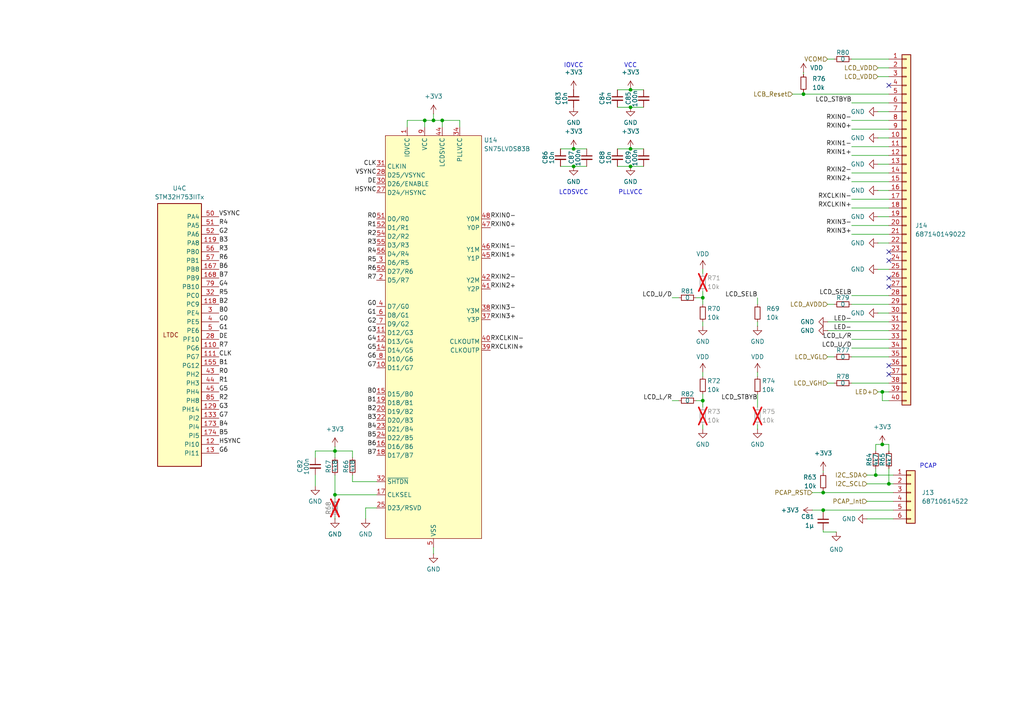
<source format=kicad_sch>
(kicad_sch
	(version 20231120)
	(generator "eeschema")
	(generator_version "8.0")
	(uuid "cfc08744-1338-460e-b9d6-bbb983fd58f1")
	(paper "A4")
	
	(junction
		(at 97.155 130.81)
		(diameter 0)
		(color 0 0 0 0)
		(uuid "0a014240-3880-4e76-9a94-85fc4b86e196")
	)
	(junction
		(at 166.37 48.26)
		(diameter 0)
		(color 0 0 0 0)
		(uuid "1a981e4a-df1f-4554-808a-8cb682e6b709")
	)
	(junction
		(at 255.905 128.905)
		(diameter 0)
		(color 0 0 0 0)
		(uuid "1f38e153-e651-4879-8c77-3220d9bfe30b")
	)
	(junction
		(at 182.88 26.035)
		(diameter 0)
		(color 0 0 0 0)
		(uuid "36bddcfd-11d5-48fe-af61-3a943aa79791")
	)
	(junction
		(at 257.81 140.335)
		(diameter 0)
		(color 0 0 0 0)
		(uuid "3925a27d-4875-405a-8c29-a7ba8d4725f7")
	)
	(junction
		(at 125.73 34.925)
		(diameter 0)
		(color 0 0 0 0)
		(uuid "51eeccfe-6686-4ca9-8aba-d515e08cb179")
	)
	(junction
		(at 203.835 86.36)
		(diameter 0)
		(color 0 0 0 0)
		(uuid "587b8044-6d76-4594-b205-64f5ae3d0cbf")
	)
	(junction
		(at 128.27 34.925)
		(diameter 0)
		(color 0 0 0 0)
		(uuid "5e4fb1b3-b906-42cb-9bcf-1fe43b515c5c")
	)
	(junction
		(at 123.19 34.925)
		(diameter 0)
		(color 0 0 0 0)
		(uuid "6921e377-c6aa-4918-8f18-78751ee65e4b")
	)
	(junction
		(at 233.045 27.305)
		(diameter 0)
		(color 0 0 0 0)
		(uuid "6b7b1be5-7851-40f7-b61c-54746ac8b71c")
	)
	(junction
		(at 166.37 43.18)
		(diameter 0)
		(color 0 0 0 0)
		(uuid "6f2f8254-1c91-4009-962f-948e94f45990")
	)
	(junction
		(at 238.76 147.955)
		(diameter 0)
		(color 0 0 0 0)
		(uuid "833e2d64-fc43-464a-9283-f695744d3d12")
	)
	(junction
		(at 255.905 113.665)
		(diameter 0)
		(color 0 0 0 0)
		(uuid "89518f6e-9c83-421f-9c57-ab6c1f4a7a34")
	)
	(junction
		(at 97.155 143.51)
		(diameter 0)
		(color 0 0 0 0)
		(uuid "b360e58b-d3d1-4f91-b7db-26a83f81783f")
	)
	(junction
		(at 238.76 142.875)
		(diameter 0)
		(color 0 0 0 0)
		(uuid "ba9f6885-d1c2-4976-8e6c-b3c768d67c14")
	)
	(junction
		(at 203.835 116.205)
		(diameter 0)
		(color 0 0 0 0)
		(uuid "cbdd449a-e405-445e-a272-3419885e6243")
	)
	(junction
		(at 182.88 48.26)
		(diameter 0)
		(color 0 0 0 0)
		(uuid "d008a368-33cc-4d3e-b958-698d092dfcd5")
	)
	(junction
		(at 182.88 31.115)
		(diameter 0)
		(color 0 0 0 0)
		(uuid "ec8f96ba-b615-4c3c-85a1-f8ab19bdb118")
	)
	(junction
		(at 182.88 43.18)
		(diameter 0)
		(color 0 0 0 0)
		(uuid "f4221231-7f4d-4ee4-b654-d71f985c5bf1")
	)
	(junction
		(at 254 137.795)
		(diameter 0)
		(color 0 0 0 0)
		(uuid "f621acd5-9b92-4da7-afc1-ea1e53f7700e")
	)
	(no_connect
		(at 257.81 108.585)
		(uuid "206530de-08a6-4322-927d-360e1543f9c3")
	)
	(no_connect
		(at 257.81 80.645)
		(uuid "4670c019-b6c9-4fcc-b1c1-90483035a52d")
	)
	(no_connect
		(at 257.81 73.025)
		(uuid "57ba4c83-7552-48dc-a263-d34d0b323fe5")
	)
	(no_connect
		(at 257.81 83.185)
		(uuid "58e4a9ba-9959-41ee-8aa7-af7bb26bb0fc")
	)
	(no_connect
		(at 257.81 75.565)
		(uuid "6656bea9-1e28-47cc-8494-9faa91d6f4b4")
	)
	(no_connect
		(at 257.81 24.765)
		(uuid "b5294258-8b2c-4d02-a271-4a5af5e8753b")
	)
	(no_connect
		(at 257.81 106.045)
		(uuid "d5a720d4-226e-4161-a590-27effc13fbc0")
	)
	(wire
		(pts
			(xy 182.88 48.26) (xy 186.69 48.26)
		)
		(stroke
			(width 0)
			(type default)
		)
		(uuid "0298da3d-88c6-441a-bd23-3a8b6279e8c9")
	)
	(wire
		(pts
			(xy 251.46 140.335) (xy 257.81 140.335)
		)
		(stroke
			(width 0)
			(type default)
		)
		(uuid "05e528cd-cd25-429f-b1b3-d804461f1fbb")
	)
	(wire
		(pts
			(xy 257.81 135.89) (xy 257.81 140.335)
		)
		(stroke
			(width 0)
			(type default)
		)
		(uuid "06b39ecd-f131-4d5e-be11-106155e0051c")
	)
	(wire
		(pts
			(xy 97.155 149.86) (xy 97.155 150.495)
		)
		(stroke
			(width 0)
			(type default)
		)
		(uuid "09997052-fd26-4555-95c6-8743f1453e4f")
	)
	(wire
		(pts
			(xy 102.235 130.81) (xy 102.235 132.715)
		)
		(stroke
			(width 0)
			(type default)
		)
		(uuid "0c8bd05c-5fba-4223-a449-4cbbc5bdec09")
	)
	(wire
		(pts
			(xy 133.35 34.925) (xy 133.35 36.83)
		)
		(stroke
			(width 0)
			(type default)
		)
		(uuid "0fe53239-7447-4eb5-8ad5-c0e8b73b79db")
	)
	(wire
		(pts
			(xy 125.73 158.75) (xy 125.73 160.655)
		)
		(stroke
			(width 0)
			(type default)
		)
		(uuid "10cb2966-9e76-4d0b-ae0d-260f6ad04f92")
	)
	(wire
		(pts
			(xy 247.015 111.125) (xy 257.81 111.125)
		)
		(stroke
			(width 0)
			(type default)
		)
		(uuid "13c63c44-473b-4821-bfdb-9dab528786c2")
	)
	(wire
		(pts
			(xy 203.835 116.205) (xy 203.835 118.11)
		)
		(stroke
			(width 0)
			(type default)
		)
		(uuid "1682fa89-003e-4157-a37f-bb74a89a1921")
	)
	(wire
		(pts
			(xy 233.045 20.955) (xy 233.045 21.59)
		)
		(stroke
			(width 0)
			(type default)
		)
		(uuid "17155407-70a1-437c-acf1-ef8c745c8d55")
	)
	(wire
		(pts
			(xy 238.76 147.955) (xy 238.76 148.59)
		)
		(stroke
			(width 0)
			(type default)
		)
		(uuid "193249d7-42be-4aa3-9346-3782bac88bef")
	)
	(wire
		(pts
			(xy 203.835 78.105) (xy 203.835 79.375)
		)
		(stroke
			(width 0)
			(type default)
		)
		(uuid "19ebde49-e7ee-4f44-aa21-c9a530b73c81")
	)
	(wire
		(pts
			(xy 254.635 90.805) (xy 257.81 90.805)
		)
		(stroke
			(width 0)
			(type default)
		)
		(uuid "1c029d85-b489-425d-b4be-7fb14080dda1")
	)
	(wire
		(pts
			(xy 247.015 88.265) (xy 257.81 88.265)
		)
		(stroke
			(width 0)
			(type default)
		)
		(uuid "1d48773f-2c67-4fd6-b92d-82324b248da6")
	)
	(wire
		(pts
			(xy 247.015 103.505) (xy 257.81 103.505)
		)
		(stroke
			(width 0)
			(type default)
		)
		(uuid "1ec68ab0-74c3-4639-83cb-e6593f6a6859")
	)
	(wire
		(pts
			(xy 97.155 130.81) (xy 102.235 130.81)
		)
		(stroke
			(width 0)
			(type default)
		)
		(uuid "23b220bd-13e9-445f-ae5e-3ab326eee3d2")
	)
	(wire
		(pts
			(xy 238.76 142.24) (xy 238.76 142.875)
		)
		(stroke
			(width 0)
			(type default)
		)
		(uuid "23c600d3-e761-4c99-b45d-34adfb2a9b67")
	)
	(wire
		(pts
			(xy 247.015 60.325) (xy 257.81 60.325)
		)
		(stroke
			(width 0)
			(type default)
		)
		(uuid "27619d87-814b-4e66-8ce5-84c9b258f0bf")
	)
	(wire
		(pts
			(xy 247.015 65.405) (xy 257.81 65.405)
		)
		(stroke
			(width 0)
			(type default)
		)
		(uuid "2f1b7142-5359-4472-b1fd-de96165f83e6")
	)
	(wire
		(pts
			(xy 254.635 22.225) (xy 257.81 22.225)
		)
		(stroke
			(width 0)
			(type default)
		)
		(uuid "2f4e38f2-30cc-442c-b415-30467d32412d")
	)
	(wire
		(pts
			(xy 109.22 139.7) (xy 102.235 139.7)
		)
		(stroke
			(width 0)
			(type default)
		)
		(uuid "2fa43b00-581c-4b57-a7a9-a604f50b01d8")
	)
	(wire
		(pts
			(xy 194.945 116.205) (xy 196.85 116.205)
		)
		(stroke
			(width 0)
			(type default)
		)
		(uuid "30ffd6f7-ef1f-437f-9a7c-a23e216c9290")
	)
	(wire
		(pts
			(xy 219.71 86.36) (xy 219.71 88.265)
		)
		(stroke
			(width 0)
			(type default)
		)
		(uuid "312df952-f886-423f-9ecc-b76acc89c019")
	)
	(wire
		(pts
			(xy 247.015 57.785) (xy 257.81 57.785)
		)
		(stroke
			(width 0)
			(type default)
		)
		(uuid "338cbeb0-9e4c-42b6-9787-f19a5da2870c")
	)
	(wire
		(pts
			(xy 233.045 26.67) (xy 233.045 27.305)
		)
		(stroke
			(width 0)
			(type default)
		)
		(uuid "354a3f1c-1c85-4f32-9b4a-8a7f5efa4e0a")
	)
	(wire
		(pts
			(xy 254 128.905) (xy 255.905 128.905)
		)
		(stroke
			(width 0)
			(type default)
		)
		(uuid "357e09a7-75f7-41a8-8c60-319f523d3773")
	)
	(wire
		(pts
			(xy 97.155 132.715) (xy 97.155 130.81)
		)
		(stroke
			(width 0)
			(type default)
		)
		(uuid "36eb8b53-c7a4-49dd-be5b-2105c6730fe4")
	)
	(wire
		(pts
			(xy 203.835 114.3) (xy 203.835 116.205)
		)
		(stroke
			(width 0)
			(type default)
		)
		(uuid "37521562-0348-42d1-a316-ad5f22f99668")
	)
	(wire
		(pts
			(xy 106.045 147.32) (xy 109.22 147.32)
		)
		(stroke
			(width 0)
			(type default)
		)
		(uuid "3a719ff8-c0b4-4593-b1f0-e26697bd70c2")
	)
	(wire
		(pts
			(xy 219.71 93.345) (xy 219.71 94.615)
		)
		(stroke
			(width 0)
			(type default)
		)
		(uuid "3ae24d99-1378-4e06-9b17-fab03726b185")
	)
	(wire
		(pts
			(xy 255.905 116.205) (xy 255.905 113.665)
		)
		(stroke
			(width 0)
			(type default)
		)
		(uuid "3d796974-152f-4f56-bd9a-5cb2a66feb94")
	)
	(wire
		(pts
			(xy 251.46 137.795) (xy 254 137.795)
		)
		(stroke
			(width 0)
			(type default)
		)
		(uuid "3f295cfd-ebba-4b1e-bac9-708590bd77b6")
	)
	(wire
		(pts
			(xy 91.44 130.81) (xy 97.155 130.81)
		)
		(stroke
			(width 0)
			(type default)
		)
		(uuid "45d0edf7-736a-4aa7-a23f-5212f8458eff")
	)
	(wire
		(pts
			(xy 247.015 17.145) (xy 257.81 17.145)
		)
		(stroke
			(width 0)
			(type default)
		)
		(uuid "466f5f35-7ab1-4d99-b939-c70f85820bed")
	)
	(wire
		(pts
			(xy 255.905 116.205) (xy 257.81 116.205)
		)
		(stroke
			(width 0)
			(type default)
		)
		(uuid "4718d472-c8b6-4441-ab81-d18e38c07fbd")
	)
	(wire
		(pts
			(xy 247.015 52.705) (xy 257.81 52.705)
		)
		(stroke
			(width 0)
			(type default)
		)
		(uuid "48985834-8e71-434f-b58e-ed9ffa085d20")
	)
	(wire
		(pts
			(xy 238.76 147.955) (xy 259.08 147.955)
		)
		(stroke
			(width 0)
			(type default)
		)
		(uuid "4c814185-20ab-4c63-85a3-08873cf631b5")
	)
	(wire
		(pts
			(xy 235.585 142.875) (xy 238.76 142.875)
		)
		(stroke
			(width 0)
			(type default)
		)
		(uuid "51176f82-a718-44d9-8aac-1fbaebeebff1")
	)
	(wire
		(pts
			(xy 125.73 34.925) (xy 128.27 34.925)
		)
		(stroke
			(width 0)
			(type default)
		)
		(uuid "512c3170-6919-410f-ab24-a01210192fc0")
	)
	(wire
		(pts
			(xy 162.56 48.26) (xy 166.37 48.26)
		)
		(stroke
			(width 0)
			(type default)
		)
		(uuid "57ab13e2-8a92-42d1-9fb8-6b02d0766ffe")
	)
	(wire
		(pts
			(xy 201.93 116.205) (xy 203.835 116.205)
		)
		(stroke
			(width 0)
			(type default)
		)
		(uuid "5bb6ede0-1f09-4ee3-b054-e913caa88144")
	)
	(wire
		(pts
			(xy 254.635 62.865) (xy 257.81 62.865)
		)
		(stroke
			(width 0)
			(type default)
		)
		(uuid "5d74f553-7285-4b03-8f7a-7493264e6ca7")
	)
	(wire
		(pts
			(xy 240.03 93.345) (xy 257.81 93.345)
		)
		(stroke
			(width 0)
			(type default)
		)
		(uuid "5f241d29-31c2-41f4-bd3d-059c2e65be39")
	)
	(wire
		(pts
			(xy 219.71 107.95) (xy 219.71 109.22)
		)
		(stroke
			(width 0)
			(type default)
		)
		(uuid "60c7230e-5bca-4180-bcca-03d23889c8d9")
	)
	(wire
		(pts
			(xy 240.03 17.145) (xy 241.935 17.145)
		)
		(stroke
			(width 0)
			(type default)
		)
		(uuid "618979c3-fee3-4fd4-90b7-b3a321c9831f")
	)
	(wire
		(pts
			(xy 166.37 43.18) (xy 170.18 43.18)
		)
		(stroke
			(width 0)
			(type default)
		)
		(uuid "652c6c39-fa45-4f03-89a8-cde00a0d1335")
	)
	(wire
		(pts
			(xy 194.945 86.36) (xy 196.85 86.36)
		)
		(stroke
			(width 0)
			(type default)
		)
		(uuid "65cc8ab6-13ef-40a8-9b07-cc9baf602c04")
	)
	(wire
		(pts
			(xy 247.015 67.945) (xy 257.81 67.945)
		)
		(stroke
			(width 0)
			(type default)
		)
		(uuid "671eb76e-ac7c-495b-9377-d06227dbda46")
	)
	(wire
		(pts
			(xy 219.71 123.19) (xy 219.71 124.46)
		)
		(stroke
			(width 0)
			(type default)
		)
		(uuid "68278b12-7341-4bce-ab78-6f965d6478a7")
	)
	(wire
		(pts
			(xy 201.93 86.36) (xy 203.835 86.36)
		)
		(stroke
			(width 0)
			(type default)
		)
		(uuid "6e4fea39-f48b-434e-b2ca-502d3b4c5e09")
	)
	(wire
		(pts
			(xy 106.045 150.495) (xy 106.045 147.32)
		)
		(stroke
			(width 0)
			(type default)
		)
		(uuid "6f5af170-38aa-4c58-a2e9-2e76e811c87e")
	)
	(wire
		(pts
			(xy 247.015 100.965) (xy 257.81 100.965)
		)
		(stroke
			(width 0)
			(type default)
		)
		(uuid "71413b15-4c29-4db8-9aca-4d4d08e03b81")
	)
	(wire
		(pts
			(xy 203.835 93.345) (xy 203.835 94.615)
		)
		(stroke
			(width 0)
			(type default)
		)
		(uuid "71808231-1ba2-4266-ac0d-4cd719878a39")
	)
	(wire
		(pts
			(xy 251.46 145.415) (xy 259.08 145.415)
		)
		(stroke
			(width 0)
			(type default)
		)
		(uuid "718cbf0e-2c2e-4dfb-aa82-e96c26e595e9")
	)
	(wire
		(pts
			(xy 123.19 34.925) (xy 125.73 34.925)
		)
		(stroke
			(width 0)
			(type default)
		)
		(uuid "79289023-9eda-4942-b277-ffdf5c17a90c")
	)
	(wire
		(pts
			(xy 219.71 114.3) (xy 219.71 118.11)
		)
		(stroke
			(width 0)
			(type default)
		)
		(uuid "79526d75-b91c-4e80-a209-f4f7252523a2")
	)
	(wire
		(pts
			(xy 240.03 95.885) (xy 257.81 95.885)
		)
		(stroke
			(width 0)
			(type default)
		)
		(uuid "7a3e6c4f-9432-460d-bcc3-675f61fb2f7b")
	)
	(wire
		(pts
			(xy 240.03 88.265) (xy 241.935 88.265)
		)
		(stroke
			(width 0)
			(type default)
		)
		(uuid "7ba4c5a6-fc2a-42bf-835e-6d3fe146eb49")
	)
	(wire
		(pts
			(xy 247.015 85.725) (xy 257.81 85.725)
		)
		(stroke
			(width 0)
			(type default)
		)
		(uuid "7d97b2ea-9c3a-4444-8140-5f88442d21a4")
	)
	(wire
		(pts
			(xy 102.235 139.7) (xy 102.235 137.795)
		)
		(stroke
			(width 0)
			(type default)
		)
		(uuid "7ef4ed38-09cf-4dc1-8d17-593720d6bfbd")
	)
	(wire
		(pts
			(xy 257.81 140.335) (xy 259.08 140.335)
		)
		(stroke
			(width 0)
			(type default)
		)
		(uuid "80449c22-7a2e-48ef-b100-319c64440b08")
	)
	(wire
		(pts
			(xy 91.44 130.81) (xy 91.44 132.715)
		)
		(stroke
			(width 0)
			(type default)
		)
		(uuid "8052b36c-73f0-4c99-a4b1-bba64c1b82e2")
	)
	(wire
		(pts
			(xy 118.11 34.925) (xy 123.19 34.925)
		)
		(stroke
			(width 0)
			(type default)
		)
		(uuid "82256a26-20d4-4f1c-8160-6219baaaf0fd")
	)
	(wire
		(pts
			(xy 179.07 31.115) (xy 182.88 31.115)
		)
		(stroke
			(width 0)
			(type default)
		)
		(uuid "824ceded-869f-4f61-9b0d-737a6d94db16")
	)
	(wire
		(pts
			(xy 254.635 32.385) (xy 257.81 32.385)
		)
		(stroke
			(width 0)
			(type default)
		)
		(uuid "83cc7d18-3605-4624-a3e7-065a5db17972")
	)
	(wire
		(pts
			(xy 97.155 129.54) (xy 97.155 130.81)
		)
		(stroke
			(width 0)
			(type default)
		)
		(uuid "862bf58b-0b37-45d1-90c8-c77c888bb601")
	)
	(wire
		(pts
			(xy 238.76 142.875) (xy 259.08 142.875)
		)
		(stroke
			(width 0)
			(type default)
		)
		(uuid "8a253ece-2bc3-43e4-9198-530d6b262d90")
	)
	(wire
		(pts
			(xy 255.905 113.665) (xy 257.81 113.665)
		)
		(stroke
			(width 0)
			(type default)
		)
		(uuid "8b0d9d8b-5c7a-4cad-883a-66ceb5f7ef54")
	)
	(wire
		(pts
			(xy 240.03 103.505) (xy 241.935 103.505)
		)
		(stroke
			(width 0)
			(type default)
		)
		(uuid "8b6da8b0-de78-4e0a-9628-aa523a0de7bb")
	)
	(wire
		(pts
			(xy 254.635 70.485) (xy 257.81 70.485)
		)
		(stroke
			(width 0)
			(type default)
		)
		(uuid "8fcba768-840e-438e-ac66-8ec626ed306c")
	)
	(wire
		(pts
			(xy 162.56 43.18) (xy 166.37 43.18)
		)
		(stroke
			(width 0)
			(type default)
		)
		(uuid "90afa069-9607-44d1-8a5b-5ef07d699a4a")
	)
	(wire
		(pts
			(xy 238.76 153.67) (xy 238.76 154.305)
		)
		(stroke
			(width 0)
			(type default)
		)
		(uuid "935c8a75-ba66-49fc-92ef-91648e9fffac")
	)
	(wire
		(pts
			(xy 123.19 34.925) (xy 123.19 36.83)
		)
		(stroke
			(width 0)
			(type default)
		)
		(uuid "95aa725c-7b4c-4809-b773-ab53822a785e")
	)
	(wire
		(pts
			(xy 91.44 137.795) (xy 91.44 140.97)
		)
		(stroke
			(width 0)
			(type default)
		)
		(uuid "96be8705-1aaf-4f28-aace-ecacb5b0fc86")
	)
	(wire
		(pts
			(xy 235.585 147.955) (xy 238.76 147.955)
		)
		(stroke
			(width 0)
			(type default)
		)
		(uuid "9af2513d-bd0e-422c-8c69-9f61ea71fb1c")
	)
	(wire
		(pts
			(xy 247.015 34.925) (xy 257.81 34.925)
		)
		(stroke
			(width 0)
			(type default)
		)
		(uuid "9afaf073-8914-4b5f-9a09-321c7823603b")
	)
	(wire
		(pts
			(xy 257.81 128.905) (xy 257.81 130.81)
		)
		(stroke
			(width 0)
			(type default)
		)
		(uuid "9c4d6a6f-f984-42f1-a37b-45ccd36c49c2")
	)
	(wire
		(pts
			(xy 254.635 113.665) (xy 255.905 113.665)
		)
		(stroke
			(width 0)
			(type default)
		)
		(uuid "9cb67b43-cabd-47e1-99bb-bf896041f2a0")
	)
	(wire
		(pts
			(xy 255.905 128.905) (xy 257.81 128.905)
		)
		(stroke
			(width 0)
			(type default)
		)
		(uuid "9cd4ebb7-1f67-4d4a-86a6-5d4df2a67f6d")
	)
	(wire
		(pts
			(xy 238.76 136.525) (xy 238.76 137.16)
		)
		(stroke
			(width 0)
			(type default)
		)
		(uuid "a38bdfda-67d3-463a-8274-24b317601fed")
	)
	(wire
		(pts
			(xy 182.88 43.18) (xy 186.69 43.18)
		)
		(stroke
			(width 0)
			(type default)
		)
		(uuid "a42e8e46-cd2f-432f-9417-b53432b08db3")
	)
	(wire
		(pts
			(xy 233.045 27.305) (xy 257.81 27.305)
		)
		(stroke
			(width 0)
			(type default)
		)
		(uuid "a94d2cb2-c0e3-4b77-867f-08036eb8635e")
	)
	(wire
		(pts
			(xy 166.37 48.26) (xy 170.18 48.26)
		)
		(stroke
			(width 0)
			(type default)
		)
		(uuid "a9ab5bcb-7b6e-465d-8750-6972b61c2bbb")
	)
	(wire
		(pts
			(xy 182.88 31.115) (xy 186.69 31.115)
		)
		(stroke
			(width 0)
			(type default)
		)
		(uuid "aa32b454-0871-44c0-a45c-e8ddba70bf7e")
	)
	(wire
		(pts
			(xy 247.015 50.165) (xy 257.81 50.165)
		)
		(stroke
			(width 0)
			(type default)
		)
		(uuid "ae07fa32-ecd4-4f47-9f9a-68257480dc89")
	)
	(wire
		(pts
			(xy 254.635 19.685) (xy 257.81 19.685)
		)
		(stroke
			(width 0)
			(type default)
		)
		(uuid "ae5d1da4-dc18-4b2d-bc7a-ff67f4fd9e22")
	)
	(wire
		(pts
			(xy 254.635 78.105) (xy 257.81 78.105)
		)
		(stroke
			(width 0)
			(type default)
		)
		(uuid "b3918266-6f83-4b67-95c2-a18adeb3b8f8")
	)
	(wire
		(pts
			(xy 247.015 98.425) (xy 257.81 98.425)
		)
		(stroke
			(width 0)
			(type default)
		)
		(uuid "b74665b8-9c25-4e6e-9b69-3020ade95bd7")
	)
	(wire
		(pts
			(xy 238.76 154.305) (xy 242.57 154.305)
		)
		(stroke
			(width 0)
			(type default)
		)
		(uuid "b7e2efa6-f22e-4665-a0a0-177864f61809")
	)
	(wire
		(pts
			(xy 125.73 33.02) (xy 125.73 34.925)
		)
		(stroke
			(width 0)
			(type default)
		)
		(uuid "b840f00d-7dd3-40a7-a038-2bd1432f126e")
	)
	(wire
		(pts
			(xy 128.27 34.925) (xy 133.35 34.925)
		)
		(stroke
			(width 0)
			(type default)
		)
		(uuid "b92b6ecf-f5c2-4e28-a6c0-424f103af062")
	)
	(wire
		(pts
			(xy 254.635 55.245) (xy 257.81 55.245)
		)
		(stroke
			(width 0)
			(type default)
		)
		(uuid "ba578d3a-fb82-4cea-8c1f-7e1fda372293")
	)
	(wire
		(pts
			(xy 254 137.795) (xy 259.08 137.795)
		)
		(stroke
			(width 0)
			(type default)
		)
		(uuid "bbd5ddb8-14c3-4b2b-aa92-4b50e140d68c")
	)
	(wire
		(pts
			(xy 251.46 150.495) (xy 259.08 150.495)
		)
		(stroke
			(width 0)
			(type default)
		)
		(uuid "bc4832a6-be93-4682-a561-6bd59cf7249f")
	)
	(wire
		(pts
			(xy 254 128.905) (xy 254 130.81)
		)
		(stroke
			(width 0)
			(type default)
		)
		(uuid "bd98bc5c-a944-4744-b53e-8f22f3ee1dda")
	)
	(wire
		(pts
			(xy 247.015 37.465) (xy 257.81 37.465)
		)
		(stroke
			(width 0)
			(type default)
		)
		(uuid "bef8842b-46f7-4d9f-b8ff-b5523cb14e85")
	)
	(wire
		(pts
			(xy 254.635 40.005) (xy 257.81 40.005)
		)
		(stroke
			(width 0)
			(type default)
		)
		(uuid "bf23b9bf-e84b-4f47-83d9-2d403c4d44e9")
	)
	(wire
		(pts
			(xy 179.07 43.18) (xy 182.88 43.18)
		)
		(stroke
			(width 0)
			(type default)
		)
		(uuid "c98340a9-4958-44da-bead-778ce16b983c")
	)
	(wire
		(pts
			(xy 247.015 45.085) (xy 257.81 45.085)
		)
		(stroke
			(width 0)
			(type default)
		)
		(uuid "c9db60b3-18a2-4d9a-b871-8efab5d8404d")
	)
	(wire
		(pts
			(xy 179.07 26.035) (xy 182.88 26.035)
		)
		(stroke
			(width 0)
			(type default)
		)
		(uuid "cedf6cc6-cf0c-4876-9970-dbb1e94e38da")
	)
	(wire
		(pts
			(xy 203.835 86.36) (xy 203.835 88.265)
		)
		(stroke
			(width 0)
			(type default)
		)
		(uuid "e03c2f78-ecb6-4011-a780-91df4e9eb48f")
	)
	(wire
		(pts
			(xy 203.835 107.95) (xy 203.835 109.22)
		)
		(stroke
			(width 0)
			(type default)
		)
		(uuid "e0bfcbdd-bdf9-48a7-a6f5-92a1581af31c")
	)
	(wire
		(pts
			(xy 247.015 42.545) (xy 257.81 42.545)
		)
		(stroke
			(width 0)
			(type default)
		)
		(uuid "e2388c05-3c96-4150-bfba-fabf46d0bbae")
	)
	(wire
		(pts
			(xy 97.155 137.795) (xy 97.155 143.51)
		)
		(stroke
			(width 0)
			(type default)
		)
		(uuid "e70de6e4-78af-4d30-a1cb-1182b39e31e4")
	)
	(wire
		(pts
			(xy 118.11 36.83) (xy 118.11 34.925)
		)
		(stroke
			(width 0)
			(type default)
		)
		(uuid "ea9d0ea8-e098-4297-9c55-b45bedd20476")
	)
	(wire
		(pts
			(xy 179.07 48.26) (xy 182.88 48.26)
		)
		(stroke
			(width 0)
			(type default)
		)
		(uuid "f16df34f-8751-4964-b975-6f243a856a47")
	)
	(wire
		(pts
			(xy 240.03 111.125) (xy 241.935 111.125)
		)
		(stroke
			(width 0)
			(type default)
		)
		(uuid "f2557df2-1adf-456b-8f1a-153221d9ea7f")
	)
	(wire
		(pts
			(xy 254 135.89) (xy 254 137.795)
		)
		(stroke
			(width 0)
			(type default)
		)
		(uuid "f34b4a7f-30c2-4c02-acad-64be66476446")
	)
	(wire
		(pts
			(xy 97.155 143.51) (xy 109.22 143.51)
		)
		(stroke
			(width 0)
			(type default)
		)
		(uuid "f554973e-e8dd-4851-bca8-6fe663208a8f")
	)
	(wire
		(pts
			(xy 97.155 143.51) (xy 97.155 144.78)
		)
		(stroke
			(width 0)
			(type default)
		)
		(uuid "f564e718-be05-4a41-9b64-a20ab63ac335")
	)
	(wire
		(pts
			(xy 203.835 123.19) (xy 203.835 124.46)
		)
		(stroke
			(width 0)
			(type default)
		)
		(uuid "f86d5a4b-b4ea-4bd2-b58a-bff92fc439ab")
	)
	(wire
		(pts
			(xy 247.015 29.845) (xy 257.81 29.845)
		)
		(stroke
			(width 0)
			(type default)
		)
		(uuid "f8bd3e43-06b8-48bc-969c-a24c8a936e42")
	)
	(wire
		(pts
			(xy 229.87 27.305) (xy 233.045 27.305)
		)
		(stroke
			(width 0)
			(type default)
		)
		(uuid "f907b5bd-be26-4ce3-bba1-b715c06131de")
	)
	(wire
		(pts
			(xy 203.835 84.455) (xy 203.835 86.36)
		)
		(stroke
			(width 0)
			(type default)
		)
		(uuid "fc269f37-55eb-4e62-8764-57f209f35f43")
	)
	(wire
		(pts
			(xy 254.635 47.625) (xy 257.81 47.625)
		)
		(stroke
			(width 0)
			(type default)
		)
		(uuid "fd2d8bec-9089-483f-bc2e-e8ddcafcfebb")
	)
	(wire
		(pts
			(xy 128.27 34.925) (xy 128.27 36.83)
		)
		(stroke
			(width 0)
			(type default)
		)
		(uuid "fe954440-ef8c-4f09-84e0-0a27616cf92c")
	)
	(wire
		(pts
			(xy 182.88 26.035) (xy 186.69 26.035)
		)
		(stroke
			(width 0)
			(type default)
		)
		(uuid "ffa19dcc-fc4d-4cde-b3c6-4f1326019579")
	)
	(text "PLLVCC"
		(exclude_from_sim no)
		(at 182.88 55.88 0)
		(effects
			(font
				(size 1.27 1.27)
			)
		)
		(uuid "69441736-eb38-4f01-a3f7-3aea416466f1")
	)
	(text "VCC"
		(exclude_from_sim no)
		(at 182.88 19.05 0)
		(effects
			(font
				(size 1.27 1.27)
			)
		)
		(uuid "7910a5ee-8ec7-4e91-a5a0-12c5f115d328")
	)
	(text "PCAP"
		(exclude_from_sim no)
		(at 269.24 135.255 0)
		(effects
			(font
				(size 1.27 1.27)
			)
		)
		(uuid "953f9d08-beaa-4a51-9778-13ce58a1a9e4")
	)
	(text "IOVCC"
		(exclude_from_sim no)
		(at 166.37 19.05 0)
		(effects
			(font
				(size 1.27 1.27)
			)
		)
		(uuid "9606f5f8-be5b-4b2d-8242-fc97946d3518")
	)
	(text "LCDSVCC"
		(exclude_from_sim no)
		(at 166.37 55.88 0)
		(effects
			(font
				(size 1.27 1.27)
			)
		)
		(uuid "b0eadaf5-52dd-452a-a86a-3eeecaa6db12")
	)
	(label "RXIN3-"
		(at 142.24 90.17 0)
		(effects
			(font
				(size 1.27 1.27)
			)
			(justify left bottom)
		)
		(uuid "00d2695c-ba7e-4b9b-a7dc-eb3405ab6848")
	)
	(label "CLK"
		(at 109.22 48.26 180)
		(effects
			(font
				(size 1.27 1.27)
			)
			(justify right bottom)
		)
		(uuid "0152042a-2e95-49bd-8c52-583776a4d18d")
	)
	(label "G7"
		(at 109.22 106.68 180)
		(effects
			(font
				(size 1.27 1.27)
			)
			(justify right bottom)
		)
		(uuid "08754e1f-e8f7-4846-ab84-6afec5cd4af9")
	)
	(label "R6"
		(at 63.5 75.565 0)
		(effects
			(font
				(size 1.27 1.27)
			)
			(justify left bottom)
		)
		(uuid "08ca3b5f-fac8-4fb4-9832-087b8859e3e4")
	)
	(label "G6"
		(at 63.5 131.445 0)
		(effects
			(font
				(size 1.27 1.27)
			)
			(justify left bottom)
		)
		(uuid "096b0597-da20-426d-a588-67938caf16a3")
	)
	(label "B0"
		(at 109.22 114.3 180)
		(effects
			(font
				(size 1.27 1.27)
			)
			(justify right bottom)
		)
		(uuid "096d8b65-3f35-45ea-a2cb-ec5d8c6d025a")
	)
	(label "RXIN2+"
		(at 247.015 52.705 180)
		(effects
			(font
				(size 1.27 1.27)
			)
			(justify right bottom)
		)
		(uuid "0e44530d-a1d4-42ae-910e-b7fa88ab0906")
	)
	(label "G6"
		(at 109.22 104.14 180)
		(effects
			(font
				(size 1.27 1.27)
			)
			(justify right bottom)
		)
		(uuid "148f24ec-133d-46ba-8469-e51a77694918")
	)
	(label "LED-"
		(at 247.015 95.885 180)
		(effects
			(font
				(size 1.27 1.27)
			)
			(justify right bottom)
		)
		(uuid "1734c896-d62e-44bd-8d20-21a2e9dccd60")
	)
	(label "B0"
		(at 63.5 90.805 0)
		(effects
			(font
				(size 1.27 1.27)
			)
			(justify left bottom)
		)
		(uuid "2533289e-e9d3-45ba-974c-2c60d94ab3ac")
	)
	(label "B5"
		(at 63.5 126.365 0)
		(effects
			(font
				(size 1.27 1.27)
			)
			(justify left bottom)
		)
		(uuid "2b03ce00-50b9-443b-a694-95e2ad9fbd0b")
	)
	(label "RXCLKIN+"
		(at 247.015 60.325 180)
		(effects
			(font
				(size 1.27 1.27)
			)
			(justify right bottom)
		)
		(uuid "2bc06b32-3f21-403a-9e2f-cc5591cc7bf4")
	)
	(label "B6"
		(at 63.5 78.105 0)
		(effects
			(font
				(size 1.27 1.27)
			)
			(justify left bottom)
		)
		(uuid "2f13269d-acbc-4026-a52b-966bcaf67fb9")
	)
	(label "R5"
		(at 109.22 76.2 180)
		(effects
			(font
				(size 1.27 1.27)
			)
			(justify right bottom)
		)
		(uuid "2f9635c8-4f48-4faf-a078-cffff38268eb")
	)
	(label "G5"
		(at 109.22 101.6 180)
		(effects
			(font
				(size 1.27 1.27)
			)
			(justify right bottom)
		)
		(uuid "2ff65520-03fa-4157-9b8f-e439531e5d4d")
	)
	(label "R5"
		(at 63.5 85.725 0)
		(effects
			(font
				(size 1.27 1.27)
			)
			(justify left bottom)
		)
		(uuid "30a26e4c-77dd-4daa-959d-9445d0b53384")
	)
	(label "LCD_STBYB"
		(at 219.71 116.205 180)
		(effects
			(font
				(size 1.27 1.27)
			)
			(justify right bottom)
		)
		(uuid "313daad7-5729-4cd5-a0eb-96ce9856e820")
	)
	(label "HSYNC"
		(at 63.5 128.905 0)
		(effects
			(font
				(size 1.27 1.27)
			)
			(justify left bottom)
		)
		(uuid "37ed1a4c-aaa7-4117-9939-eaf71c7fd3dd")
	)
	(label "VSYNC"
		(at 63.5 62.865 0)
		(effects
			(font
				(size 1.27 1.27)
			)
			(justify left bottom)
		)
		(uuid "4027ccb6-ccfc-48bb-ac38-97fd486ede19")
	)
	(label "R3"
		(at 63.5 73.025 0)
		(effects
			(font
				(size 1.27 1.27)
			)
			(justify left bottom)
		)
		(uuid "402fbdd1-f16d-42f6-b6d4-2893e3aeedfc")
	)
	(label "RXIN3+"
		(at 142.24 92.71 0)
		(effects
			(font
				(size 1.27 1.27)
			)
			(justify left bottom)
		)
		(uuid "4a58a965-b7ea-4b42-b760-89192e489f04")
	)
	(label "B3"
		(at 63.5 70.485 0)
		(effects
			(font
				(size 1.27 1.27)
			)
			(justify left bottom)
		)
		(uuid "4fe9fb27-c50c-4dba-8b12-14fe9d941704")
	)
	(label "R0"
		(at 63.5 108.585 0)
		(effects
			(font
				(size 1.27 1.27)
			)
			(justify left bottom)
		)
		(uuid "5036eab7-a315-4c60-9769-172ad985f941")
	)
	(label "R6"
		(at 109.22 78.74 180)
		(effects
			(font
				(size 1.27 1.27)
			)
			(justify right bottom)
		)
		(uuid "50a8c713-5dc9-4c0c-87ac-23fc241eaac3")
	)
	(label "RXIN3+"
		(at 247.015 67.945 180)
		(effects
			(font
				(size 1.27 1.27)
			)
			(justify right bottom)
		)
		(uuid "57003274-96a1-4384-8c1a-2fe513369741")
	)
	(label "R1"
		(at 63.5 111.125 0)
		(effects
			(font
				(size 1.27 1.27)
			)
			(justify left bottom)
		)
		(uuid "57fc748d-c2ac-41da-bfa8-02cfdd97af99")
	)
	(label "B1"
		(at 109.22 116.84 180)
		(effects
			(font
				(size 1.27 1.27)
			)
			(justify right bottom)
		)
		(uuid "5a19eec5-bc36-4a24-9e46-c05116e0da24")
	)
	(label "RXIN2-"
		(at 142.24 81.28 0)
		(effects
			(font
				(size 1.27 1.27)
			)
			(justify left bottom)
		)
		(uuid "5db48e7d-4953-4fc8-b0c0-3d62cafc07b8")
	)
	(label "G3"
		(at 63.5 118.745 0)
		(effects
			(font
				(size 1.27 1.27)
			)
			(justify left bottom)
		)
		(uuid "5ece0f61-52d4-421f-b104-18f73cbff931")
	)
	(label "DE"
		(at 63.5 98.425 0)
		(effects
			(font
				(size 1.27 1.27)
			)
			(justify left bottom)
		)
		(uuid "5f11e062-7669-4fed-ae54-2410bfd2c9aa")
	)
	(label "B4"
		(at 109.22 124.46 180)
		(effects
			(font
				(size 1.27 1.27)
			)
			(justify right bottom)
		)
		(uuid "6243d259-549d-440c-89a5-83209aebb695")
	)
	(label "G3"
		(at 109.22 96.52 180)
		(effects
			(font
				(size 1.27 1.27)
			)
			(justify right bottom)
		)
		(uuid "6475158b-452e-4407-bc5c-cbe2225862a0")
	)
	(label "B3"
		(at 109.22 121.92 180)
		(effects
			(font
				(size 1.27 1.27)
			)
			(justify right bottom)
		)
		(uuid "68a208c6-5f66-4de8-95eb-958a270c0efd")
	)
	(label "RXIN2+"
		(at 142.24 83.82 0)
		(effects
			(font
				(size 1.27 1.27)
			)
			(justify left bottom)
		)
		(uuid "6a680cca-13a6-4f53-947d-dd7b77cb8d80")
	)
	(label "RXCLKIN-"
		(at 142.24 99.06 0)
		(effects
			(font
				(size 1.27 1.27)
			)
			(justify left bottom)
		)
		(uuid "6f80c29e-dcfb-470f-b8a3-254f5fe8390b")
	)
	(label "G2"
		(at 109.22 93.98 180)
		(effects
			(font
				(size 1.27 1.27)
			)
			(justify right bottom)
		)
		(uuid "6fe78f8c-aa6c-495b-a2d0-7e4f6326bc40")
	)
	(label "LCD_L{slash}R"
		(at 194.945 116.205 180)
		(effects
			(font
				(size 1.27 1.27)
			)
			(justify right bottom)
		)
		(uuid "701f3dff-6da1-4e71-87d5-12c85549e106")
	)
	(label "R3"
		(at 109.22 71.12 180)
		(effects
			(font
				(size 1.27 1.27)
			)
			(justify right bottom)
		)
		(uuid "708b591f-2881-4ae0-a20b-d8559f75da6e")
	)
	(label "B5"
		(at 109.22 127 180)
		(effects
			(font
				(size 1.27 1.27)
			)
			(justify right bottom)
		)
		(uuid "70da06be-4e17-4517-957d-299c1ceb91d9")
	)
	(label "LCD_U{slash}D"
		(at 194.945 86.36 180)
		(effects
			(font
				(size 1.27 1.27)
			)
			(justify right bottom)
		)
		(uuid "736e1f78-2325-48bc-b630-11f9ba7deaad")
	)
	(label "G1"
		(at 109.22 91.44 180)
		(effects
			(font
				(size 1.27 1.27)
			)
			(justify right bottom)
		)
		(uuid "82a3c86b-2ae2-4258-a371-0c95745c9d37")
	)
	(label "RXIN1-"
		(at 247.015 42.545 180)
		(effects
			(font
				(size 1.27 1.27)
			)
			(justify right bottom)
		)
		(uuid "9071c682-3516-4aba-9b72-926e5fa6e5bc")
	)
	(label "R4"
		(at 109.22 73.66 180)
		(effects
			(font
				(size 1.27 1.27)
			)
			(justify right bottom)
		)
		(uuid "90d54928-5f90-4149-bde2-70defc6cd53c")
	)
	(label "B2"
		(at 109.22 119.38 180)
		(effects
			(font
				(size 1.27 1.27)
			)
			(justify right bottom)
		)
		(uuid "939d674a-7322-4175-89d4-6cd3eda47fcd")
	)
	(label "R2"
		(at 63.5 116.205 0)
		(effects
			(font
				(size 1.27 1.27)
			)
			(justify left bottom)
		)
		(uuid "94c16b95-1411-4c82-ab58-c6752095558e")
	)
	(label "RXIN1+"
		(at 247.015 45.085 180)
		(effects
			(font
				(size 1.27 1.27)
			)
			(justify right bottom)
		)
		(uuid "9905f431-c83d-495d-8fe2-35654f4019ee")
	)
	(label "R2"
		(at 109.22 68.58 180)
		(effects
			(font
				(size 1.27 1.27)
			)
			(justify right bottom)
		)
		(uuid "9935db15-f43d-43b7-bea3-038a4563c6a7")
	)
	(label "G4"
		(at 63.5 83.185 0)
		(effects
			(font
				(size 1.27 1.27)
			)
			(justify left bottom)
		)
		(uuid "9a114369-d623-4017-b616-6be20bbadbe7")
	)
	(label "G5"
		(at 63.5 113.665 0)
		(effects
			(font
				(size 1.27 1.27)
			)
			(justify left bottom)
		)
		(uuid "a74c3866-9696-441e-9426-16d3b6653334")
	)
	(label "R1"
		(at 109.22 66.04 180)
		(effects
			(font
				(size 1.27 1.27)
			)
			(justify right bottom)
		)
		(uuid "a817359a-3459-47a6-8818-6adb45365941")
	)
	(label "R7"
		(at 109.22 81.28 180)
		(effects
			(font
				(size 1.27 1.27)
			)
			(justify right bottom)
		)
		(uuid "ac079dbe-5a78-4a17-966e-171b8aced527")
	)
	(label "LCD_L{slash}R"
		(at 247.015 98.425 180)
		(effects
			(font
				(size 1.27 1.27)
			)
			(justify right bottom)
		)
		(uuid "af953849-ae79-4acc-9dd4-43444d84753b")
	)
	(label "B6"
		(at 109.22 129.54 180)
		(effects
			(font
				(size 1.27 1.27)
			)
			(justify right bottom)
		)
		(uuid "b0621dcb-a832-422e-b6eb-2d5b296b5c91")
	)
	(label "B1"
		(at 63.5 106.045 0)
		(effects
			(font
				(size 1.27 1.27)
			)
			(justify left bottom)
		)
		(uuid "b8bb422a-6cb6-44d7-8efe-c78bca779ae7")
	)
	(label "RXIN3-"
		(at 247.015 65.405 180)
		(effects
			(font
				(size 1.27 1.27)
			)
			(justify right bottom)
		)
		(uuid "b9c11c3c-104f-422e-aa41-9c235b7c0fc2")
	)
	(label "RXIN0+"
		(at 142.24 66.04 0)
		(effects
			(font
				(size 1.27 1.27)
			)
			(justify left bottom)
		)
		(uuid "b9c9e84b-4347-4742-9098-b667fb92b454")
	)
	(label "B7"
		(at 63.5 80.645 0)
		(effects
			(font
				(size 1.27 1.27)
			)
			(justify left bottom)
		)
		(uuid "c02d7445-1166-41f6-90dc-bbc5efa3194f")
	)
	(label "RXIN0+"
		(at 247.015 37.465 180)
		(effects
			(font
				(size 1.27 1.27)
			)
			(justify right bottom)
		)
		(uuid "c4763b04-115c-41c7-850d-a985c42bc0c0")
	)
	(label "RXIN0-"
		(at 142.24 63.5 0)
		(effects
			(font
				(size 1.27 1.27)
			)
			(justify left bottom)
		)
		(uuid "c7fe985c-fcd6-423c-9a11-e177e191ec62")
	)
	(label "G0"
		(at 109.22 88.9 180)
		(effects
			(font
				(size 1.27 1.27)
			)
			(justify right bottom)
		)
		(uuid "c8abbefb-8dd6-4a5b-a015-e266fb5b1ef4")
	)
	(label "R0"
		(at 109.22 63.5 180)
		(effects
			(font
				(size 1.27 1.27)
			)
			(justify right bottom)
		)
		(uuid "c9efc170-5f61-4d65-ad7e-22c526cf67ae")
	)
	(label "RXIN0-"
		(at 247.015 34.925 180)
		(effects
			(font
				(size 1.27 1.27)
			)
			(justify right bottom)
		)
		(uuid "d06c52dc-fbc3-4fab-9eee-173335b7e10f")
	)
	(label "RXIN2-"
		(at 247.015 50.165 180)
		(effects
			(font
				(size 1.27 1.27)
			)
			(justify right bottom)
		)
		(uuid "d0a7a9ef-000a-4c51-ad98-e4f29d14666f")
	)
	(label "VSYNC"
		(at 109.22 50.8 180)
		(effects
			(font
				(size 1.27 1.27)
			)
			(justify right bottom)
		)
		(uuid "d2598da9-f418-4cea-ba7a-c8a9e011890c")
	)
	(label "LED-"
		(at 247.015 93.345 180)
		(effects
			(font
				(size 1.27 1.27)
			)
			(justify right bottom)
		)
		(uuid "d39ef679-e84b-4496-9a68-7890c3c1cf76")
	)
	(label "CLK"
		(at 63.5 103.505 0)
		(effects
			(font
				(size 1.27 1.27)
			)
			(justify left bottom)
		)
		(uuid "d517b796-9870-4a9a-9e4d-e348d03fd5c2")
	)
	(label "B7"
		(at 109.22 132.08 180)
		(effects
			(font
				(size 1.27 1.27)
			)
			(justify right bottom)
		)
		(uuid "d8f9f2c4-0c1b-4083-a93f-78683476a003")
	)
	(label "RXIN1+"
		(at 142.24 74.93 0)
		(effects
			(font
				(size 1.27 1.27)
			)
			(justify left bottom)
		)
		(uuid "ddbd3f55-cf36-4eac-ac86-5a9811fc7432")
	)
	(label "G4"
		(at 109.22 99.06 180)
		(effects
			(font
				(size 1.27 1.27)
			)
			(justify right bottom)
		)
		(uuid "de5900e9-f2b0-45a4-a513-48b158a9284c")
	)
	(label "G1"
		(at 63.5 95.885 0)
		(effects
			(font
				(size 1.27 1.27)
			)
			(justify left bottom)
		)
		(uuid "de7d90ee-d86b-4bfd-a987-0356c8844a67")
	)
	(label "HSYNC"
		(at 109.22 55.88 180)
		(effects
			(font
				(size 1.27 1.27)
			)
			(justify right bottom)
		)
		(uuid "dec2560e-1c9e-4de4-99ac-b11179322378")
	)
	(label "DE"
		(at 109.22 53.34 180)
		(effects
			(font
				(size 1.27 1.27)
			)
			(justify right bottom)
		)
		(uuid "ded0d982-9f4c-41a8-b23e-e86a83d8dcfa")
	)
	(label "G0"
		(at 63.5 93.345 0)
		(effects
			(font
				(size 1.27 1.27)
			)
			(justify left bottom)
		)
		(uuid "e050301c-7a8f-46e2-809d-9668034dcb70")
	)
	(label "G7"
		(at 63.5 121.285 0)
		(effects
			(font
				(size 1.27 1.27)
			)
			(justify left bottom)
		)
		(uuid "e25cac01-a1d1-4410-9453-dc1e7dee9884")
	)
	(label "RXCLKIN-"
		(at 247.015 57.785 180)
		(effects
			(font
				(size 1.27 1.27)
			)
			(justify right bottom)
		)
		(uuid "e3479dc0-fac6-47ea-afd9-7a262d6f45ef")
	)
	(label "B4"
		(at 63.5 123.825 0)
		(effects
			(font
				(size 1.27 1.27)
			)
			(justify left bottom)
		)
		(uuid "e7ccaf11-9574-4634-8ca0-f954410a4778")
	)
	(label "R4"
		(at 63.5 65.405 0)
		(effects
			(font
				(size 1.27 1.27)
			)
			(justify left bottom)
		)
		(uuid "e91c9602-f555-4d1a-969c-4d914a963e81")
	)
	(label "LCD_SELB"
		(at 219.71 86.36 180)
		(effects
			(font
				(size 1.27 1.27)
			)
			(justify right bottom)
		)
		(uuid "e9d94d1f-97da-4201-b98e-6b26159f2204")
	)
	(label "B2"
		(at 63.5 88.265 0)
		(effects
			(font
				(size 1.27 1.27)
			)
			(justify left bottom)
		)
		(uuid "ed36f253-9a6b-4cae-b9ae-6752c6373800")
	)
	(label "LCD_U{slash}D"
		(at 247.015 100.965 180)
		(effects
			(font
				(size 1.27 1.27)
			)
			(justify right bottom)
		)
		(uuid "f1579240-69c8-4d8a-89ae-2a00d9698b8b")
	)
	(label "RXIN1-"
		(at 142.24 72.39 0)
		(effects
			(font
				(size 1.27 1.27)
			)
			(justify left bottom)
		)
		(uuid "f360c92e-2eb1-4534-86d2-2f65a605e7b6")
	)
	(label "G2"
		(at 63.5 67.945 0)
		(effects
			(font
				(size 1.27 1.27)
			)
			(justify left bottom)
		)
		(uuid "f40a8545-3449-45e3-888c-94ec74c3e77a")
	)
	(label "LCD_STBYB"
		(at 247.015 29.845 180)
		(effects
			(font
				(size 1.27 1.27)
			)
			(justify right bottom)
		)
		(uuid "f71214ca-fedd-46f5-9f55-ff4662ffc85a")
	)
	(label "LCD_SELB"
		(at 247.015 85.725 180)
		(effects
			(font
				(size 1.27 1.27)
			)
			(justify right bottom)
		)
		(uuid "f95e3bdd-eb99-4910-b163-a94bde2e55b0")
	)
	(label "R7"
		(at 63.5 100.965 0)
		(effects
			(font
				(size 1.27 1.27)
			)
			(justify left bottom)
		)
		(uuid "fa4f78e8-8127-423f-8374-784ea8cb31b0")
	)
	(label "RXCLKIN+"
		(at 142.24 101.6 0)
		(effects
			(font
				(size 1.27 1.27)
			)
			(justify left bottom)
		)
		(uuid "fed5ce88-e465-4cb9-ac19-177ee6aeaeae")
	)
	(hierarchical_label "I2C_SCL"
		(shape input)
		(at 251.46 140.335 180)
		(effects
			(font
				(size 1.27 1.27)
			)
			(justify right)
		)
		(uuid "1ab6f00c-4a46-41c8-ae71-62438a1901db")
	)
	(hierarchical_label "PCAP_Int"
		(shape input)
		(at 251.46 145.415 180)
		(effects
			(font
				(size 1.27 1.27)
			)
			(justify right)
		)
		(uuid "1baf865d-5d73-4094-9716-7ec9ddfb880c")
	)
	(hierarchical_label "LCD_VDD"
		(shape input)
		(at 254.635 19.685 180)
		(effects
			(font
				(size 1.27 1.27)
			)
			(justify right)
		)
		(uuid "1cb8394a-6551-44a5-94f5-9a55976fa885")
	)
	(hierarchical_label "LCB_Reset"
		(shape input)
		(at 229.87 27.305 180)
		(effects
			(font
				(size 1.27 1.27)
			)
			(justify right)
		)
		(uuid "3579fe0b-9c7c-44f8-b11f-875457a2d732")
	)
	(hierarchical_label "LED+"
		(shape input)
		(at 254.635 113.665 180)
		(effects
			(font
				(size 1.27 1.27)
			)
			(justify right)
		)
		(uuid "5d887882-77df-48ca-a3fa-32f22354fec8")
	)
	(hierarchical_label "PCAP_RST"
		(shape input)
		(at 235.585 142.875 180)
		(effects
			(font
				(size 1.27 1.27)
			)
			(justify right)
		)
		(uuid "70f5d4c1-d1b5-4cd8-be6e-bae512455c36")
	)
	(hierarchical_label "LCD_VDD"
		(shape input)
		(at 254.635 22.225 180)
		(effects
			(font
				(size 1.27 1.27)
			)
			(justify right)
		)
		(uuid "718c457c-fe3e-4eaf-b528-ded487caec70")
	)
	(hierarchical_label "LCD_AVDD"
		(shape input)
		(at 240.03 88.265 180)
		(effects
			(font
				(size 1.27 1.27)
			)
			(justify right)
		)
		(uuid "a745d38e-3ecf-4a92-87f8-56a262c48090")
	)
	(hierarchical_label "LCD_VGL"
		(shape input)
		(at 240.03 103.505 180)
		(effects
			(font
				(size 1.27 1.27)
			)
			(justify right)
		)
		(uuid "ba6aa2aa-24fd-4032-ad36-51c269141a80")
	)
	(hierarchical_label "LCD_VGH"
		(shape input)
		(at 240.03 111.125 180)
		(effects
			(font
				(size 1.27 1.27)
			)
			(justify right)
		)
		(uuid "d13f801a-0cc5-4ca0-985c-aa8dc2440f1b")
	)
	(hierarchical_label "I2C_SDA"
		(shape bidirectional)
		(at 251.46 137.795 180)
		(effects
			(font
				(size 1.27 1.27)
			)
			(justify right)
		)
		(uuid "dfa79da5-f1e7-4715-9c84-2d937db7ef21")
	)
	(hierarchical_label "VCOM"
		(shape input)
		(at 240.03 17.145 180)
		(effects
			(font
				(size 1.27 1.27)
			)
			(justify right)
		)
		(uuid "ef493566-be05-4363-ae1e-b8d428e435c9")
	)
	(symbol
		(lib_id "power:GND")
		(at 240.03 93.345 270)
		(unit 1)
		(exclude_from_sim no)
		(in_bom yes)
		(on_board yes)
		(dnp no)
		(fields_autoplaced yes)
		(uuid "00a2550e-e701-422f-ac73-57f4959769e8")
		(property "Reference" "#PWR0155"
			(at 233.68 93.345 0)
			(effects
				(font
					(size 1.27 1.27)
				)
				(hide yes)
			)
		)
		(property "Value" "GND"
			(at 236.22 93.3449 90)
			(effects
				(font
					(size 1.27 1.27)
				)
				(justify right)
			)
		)
		(property "Footprint" ""
			(at 240.03 93.345 0)
			(effects
				(font
					(size 1.27 1.27)
				)
				(hide yes)
			)
		)
		(property "Datasheet" ""
			(at 240.03 93.345 0)
			(effects
				(font
					(size 1.27 1.27)
				)
				(hide yes)
			)
		)
		(property "Description" "Power symbol creates a global label with name \"GND\" , ground"
			(at 240.03 93.345 0)
			(effects
				(font
					(size 1.27 1.27)
				)
				(hide yes)
			)
		)
		(pin "1"
			(uuid "3177491a-4e8b-4c37-839e-12827e2195a2")
		)
		(instances
			(project "FT25-Charger"
				(path "/0dca9b66-f638-4727-874b-1b91b6921c17/34256820-5635-4c85-a70b-596b3ee01bd0"
					(reference "#PWR0155")
					(unit 1)
				)
			)
		)
	)
	(symbol
		(lib_id "Device:R_Small")
		(at 244.475 88.265 90)
		(unit 1)
		(exclude_from_sim no)
		(in_bom yes)
		(on_board yes)
		(dnp no)
		(uuid "00c3e367-32eb-4131-b7eb-7a52901b9fd0")
		(property "Reference" "R79"
			(at 244.475 86.36 90)
			(effects
				(font
					(size 1.27 1.27)
				)
			)
		)
		(property "Value" "0"
			(at 244.475 88.265 90)
			(effects
				(font
					(size 1.27 1.27)
				)
			)
		)
		(property "Footprint" ""
			(at 244.475 88.265 0)
			(effects
				(font
					(size 1.27 1.27)
				)
				(hide yes)
			)
		)
		(property "Datasheet" "~"
			(at 244.475 88.265 0)
			(effects
				(font
					(size 1.27 1.27)
				)
				(hide yes)
			)
		)
		(property "Description" "Resistor, small symbol"
			(at 244.475 88.265 0)
			(effects
				(font
					(size 1.27 1.27)
				)
				(hide yes)
			)
		)
		(pin "2"
			(uuid "aa0a3afd-a12f-4ab5-a92c-a0f686c42b87")
		)
		(pin "1"
			(uuid "8c1e1d5e-920a-4e62-94be-e0c1fb50146e")
		)
		(instances
			(project "FT25-Charger"
				(path "/0dca9b66-f638-4727-874b-1b91b6921c17/34256820-5635-4c85-a70b-596b3ee01bd0"
					(reference "R79")
					(unit 1)
				)
			)
		)
	)
	(symbol
		(lib_id "power:+3V3")
		(at 182.88 26.035 0)
		(unit 1)
		(exclude_from_sim no)
		(in_bom yes)
		(on_board yes)
		(dnp no)
		(fields_autoplaced yes)
		(uuid "00e5102c-e17a-4554-b3ce-bbdcbcbffe07")
		(property "Reference" "#PWR0148"
			(at 182.88 29.845 0)
			(effects
				(font
					(size 1.27 1.27)
				)
				(hide yes)
			)
		)
		(property "Value" "+3V3"
			(at 182.88 20.955 0)
			(effects
				(font
					(size 1.27 1.27)
				)
			)
		)
		(property "Footprint" ""
			(at 182.88 26.035 0)
			(effects
				(font
					(size 1.27 1.27)
				)
				(hide yes)
			)
		)
		(property "Datasheet" ""
			(at 182.88 26.035 0)
			(effects
				(font
					(size 1.27 1.27)
				)
				(hide yes)
			)
		)
		(property "Description" "Power symbol creates a global label with name \"+3V3\""
			(at 182.88 26.035 0)
			(effects
				(font
					(size 1.27 1.27)
				)
				(hide yes)
			)
		)
		(pin "1"
			(uuid "188a3b15-8490-439a-87a0-9eb6d482d8dd")
		)
		(instances
			(project "FT25-Charger"
				(path "/0dca9b66-f638-4727-874b-1b91b6921c17/34256820-5635-4c85-a70b-596b3ee01bd0"
					(reference "#PWR0148")
					(unit 1)
				)
			)
		)
	)
	(symbol
		(lib_id "SN75_Flatlink_Transceiver:SN75LVDS83B")
		(at 125.73 97.79 0)
		(unit 1)
		(exclude_from_sim no)
		(in_bom yes)
		(on_board yes)
		(dnp no)
		(uuid "03cf1c10-e5e1-44bd-acff-93603d847148")
		(property "Reference" "U14"
			(at 140.335 40.64 0)
			(effects
				(font
					(size 1.27 1.27)
				)
				(justify left)
			)
		)
		(property "Value" "SN75LVDS83B"
			(at 140.335 43.18 0)
			(effects
				(font
					(size 1.27 1.27)
				)
				(justify left)
			)
		)
		(property "Footprint" "Package_SO:TSSOP-56_6.1x14mm_P0.5mm"
			(at 125.73 29.21 0)
			(effects
				(font
					(size 1.27 1.27)
				)
				(hide yes)
			)
		)
		(property "Datasheet" "https://www.ti.com/lit/ds/symlink/sn75lvds83b.pdf?ts=1730295288259&ref_url=https%253A%252F%252Fwww.ti.com%252Fproduct%252FSN75LVDS83B"
			(at 125.73 29.21 0)
			(effects
				(font
					(size 1.27 1.27)
				)
				(hide yes)
			)
		)
		(property "Description" ""
			(at 125.73 97.79 0)
			(effects
				(font
					(size 1.27 1.27)
				)
				(hide yes)
			)
		)
		(pin "1"
			(uuid "7cc25e26-f9d1-4168-84f9-7c3b7c203169")
		)
		(pin "10"
			(uuid "ec5e711d-abd1-4043-b2ed-66f5c71774bc")
		)
		(pin "11"
			(uuid "5dabea96-9f77-422c-87e1-025d609053c4")
		)
		(pin "12"
			(uuid "e637e0e2-63ae-44fc-9c01-79ac1f65c6bc")
		)
		(pin "13"
			(uuid "397982c5-4c75-4980-8298-75a156cbb309")
		)
		(pin "14"
			(uuid "8c2f18ca-dc36-4163-96ec-e8ce31189463")
		)
		(pin "15"
			(uuid "18d10077-2191-4c6f-b07d-eef516a64b9d")
		)
		(pin "16"
			(uuid "5af5481a-8247-4d7e-a630-7e385798d1a2")
		)
		(pin "17"
			(uuid "aa24a9fc-a9a3-4074-a1c1-a964fd4f3a42")
		)
		(pin "18"
			(uuid "d1c6dd12-ed36-44e0-a31c-964bb7d38140")
		)
		(pin "19"
			(uuid "027a957a-9791-4b56-b4cb-90ce9bbf182a")
		)
		(pin "2"
			(uuid "a65b176a-ee2b-4877-a29a-5cc22daeda0d")
		)
		(pin "20"
			(uuid "afe07493-e933-4460-a2f3-327b37a6d7cc")
		)
		(pin "21"
			(uuid "f4cac395-d352-4b03-bebe-5a5d43f630b7")
		)
		(pin "22"
			(uuid "33932bd9-84a9-4a4d-9abb-92cca17e079c")
		)
		(pin "23"
			(uuid "bd0f4486-2f74-42fd-a2a7-a65b1617ce7a")
		)
		(pin "24"
			(uuid "b539bf37-9b5e-412c-bb1f-7a2eac491429")
		)
		(pin "25"
			(uuid "73424428-f943-4916-9317-6cfd9d1434a2")
		)
		(pin "26"
			(uuid "e9938440-1420-4ce3-a7e7-e7a44acc0e12")
		)
		(pin "27"
			(uuid "451b00ff-314b-4ef1-815e-19828865bf4c")
		)
		(pin "28"
			(uuid "d9c70120-92a8-40cf-8a47-07756fc324b9")
		)
		(pin "29"
			(uuid "a4f7a97f-0dd2-45a7-bd05-4abf26da153d")
		)
		(pin "3"
			(uuid "50be84b3-9a4e-4ad8-ac17-ab1ceb999a96")
		)
		(pin "30"
			(uuid "d510225a-3b4c-4500-9e31-3dd040b03cd3")
		)
		(pin "31"
			(uuid "1b699356-c3b4-4004-b803-60955673f63e")
		)
		(pin "32"
			(uuid "c9f750cb-63ce-439b-9978-93dd99c47ff5")
		)
		(pin "33"
			(uuid "9fe4206f-ee56-444e-a5dc-7d332549ca88")
		)
		(pin "34"
			(uuid "c8f0d49e-7302-477d-b1b7-1ea4afd3ee54")
		)
		(pin "35"
			(uuid "aed781d4-29a1-4ec6-bcb7-25ecf6404721")
		)
		(pin "36"
			(uuid "2b9df7e3-633e-4f2e-aeee-d5c1cb339b04")
		)
		(pin "37"
			(uuid "5720624b-9a1d-491f-b116-cc58fb81684c")
		)
		(pin "38"
			(uuid "b37855e2-3cbb-4916-8006-b310b22601fc")
		)
		(pin "39"
			(uuid "8a757b9e-2526-4ed9-8f6e-a7a88f45e258")
		)
		(pin "4"
			(uuid "bfa6a1ee-0c44-41e2-9b8e-95be1dae2060")
		)
		(pin "40"
			(uuid "236f766a-20a5-447f-87a7-ccad4be64266")
		)
		(pin "41"
			(uuid "78bf8c2a-1476-4d64-8853-1fb537fc9e2d")
		)
		(pin "42"
			(uuid "8326f62d-be1e-4d0a-903c-1dedcce92f8f")
		)
		(pin "43"
			(uuid "c22f1571-4f31-4a0a-93f2-b7f00c0428b4")
		)
		(pin "44"
			(uuid "da64fb2d-25b5-438a-9101-0c560899cfbc")
		)
		(pin "45"
			(uuid "8802638c-e2bf-4c5d-8251-53f9eaf37fe2")
		)
		(pin "46"
			(uuid "16cd2401-f3d7-49ef-b4aa-27ba5eb231f4")
		)
		(pin "47"
			(uuid "acf33cf4-3147-4d13-8722-9d0edbd979a0")
		)
		(pin "48"
			(uuid "3fa82497-3b29-4a28-8378-3e2f4ef6057b")
		)
		(pin "49"
			(uuid "1a20a25f-119a-48b7-829d-e1c00f4176f8")
		)
		(pin "5"
			(uuid "78af0e00-7007-4060-9072-e42dfcc6148a")
		)
		(pin "50"
			(uuid "a21470ca-3804-4aed-8d23-a6871628fed4")
		)
		(pin "51"
			(uuid "e07888c1-6886-4562-9b14-c75be100a31c")
		)
		(pin "52"
			(uuid "a4b7ceb8-c694-494a-b3ea-1f660db1ef57")
		)
		(pin "53"
			(uuid "a4793305-bf9e-43ac-9a74-146bf92fdfe4")
		)
		(pin "54"
			(uuid "2298da97-bb00-40c4-9c6e-2151270d77d1")
		)
		(pin "55"
			(uuid "50ba79a0-4fc9-4ab6-b508-58b78d9816ef")
		)
		(pin "56"
			(uuid "81771303-8203-4f0a-9028-3532e8bc93de")
		)
		(pin "6"
			(uuid "790cfe6b-e6d9-451b-8d29-5f3f876ab49b")
		)
		(pin "7"
			(uuid "7b8b6ffe-0933-42b1-9637-4205c275cabc")
		)
		(pin "8"
			(uuid "f2debc1b-aa58-4596-9e0c-17d4b0fd8493")
		)
		(pin "9"
			(uuid "16c05ee4-3d40-4414-9106-bc385724eaa3")
		)
		(instances
			(project "FT25-Charger"
				(path "/0dca9b66-f638-4727-874b-1b91b6921c17/34256820-5635-4c85-a70b-596b3ee01bd0"
					(reference "U14")
					(unit 1)
				)
			)
		)
	)
	(symbol
		(lib_id "power:GND")
		(at 254.635 70.485 270)
		(unit 1)
		(exclude_from_sim no)
		(in_bom yes)
		(on_board yes)
		(dnp no)
		(fields_autoplaced yes)
		(uuid "040ce0f4-1d81-475c-a2fb-99117
... [91199 chars truncated]
</source>
